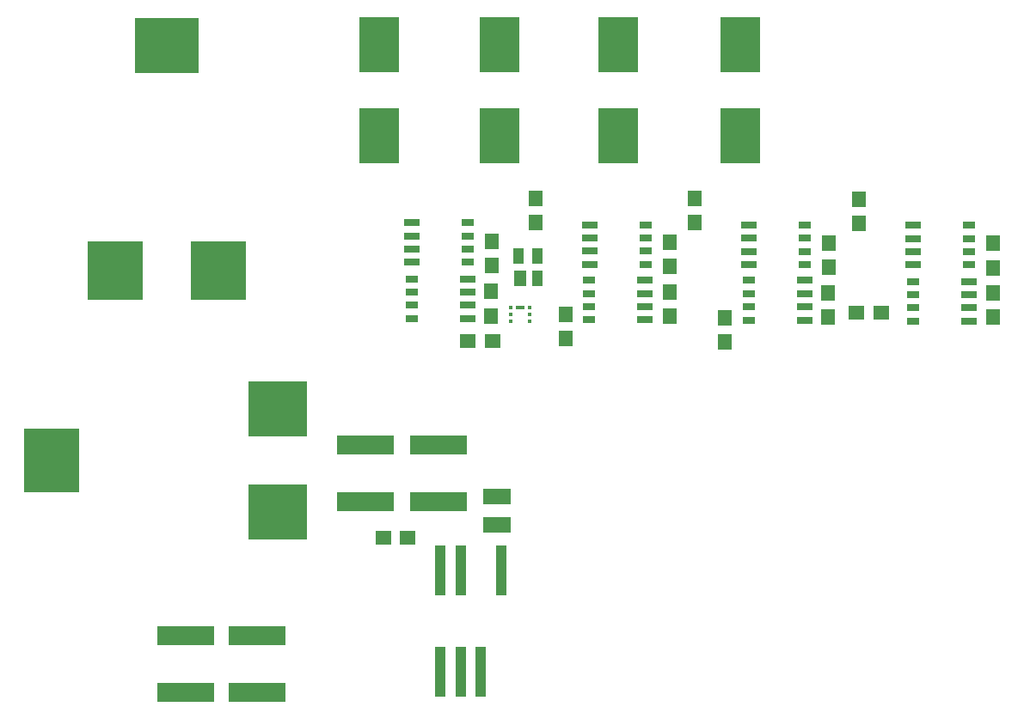
<source format=gtp>
G04 Layer_Color=8421504*
%FSLAX44Y44*%
%MOMM*%
G71*
G01*
G75*
%ADD11R,5.7000X1.9000*%
%ADD12R,1.0000X5.0000*%
%ADD13R,1.0000X1.5000*%
%ADD14R,1.2500X1.5000*%
%ADD15R,1.5000X0.8000*%
%ADD16R,1.2000X0.8000*%
%ADD17R,0.4000X0.3500*%
%ADD18R,0.9000X0.3500*%
%ADD19R,4.0000X5.5000*%
%ADD20R,2.7000X1.6000*%
%ADD21R,5.5000X5.8000*%
%ADD22R,6.3500X5.4000*%
%ADD23R,5.4000X6.3500*%
%ADD24R,5.8000X5.5000*%
%ADD25R,1.4000X1.5000*%
%ADD26R,1.5000X1.4000*%
D11*
X477012Y318858D02*
D03*
Y262858D02*
D03*
X404622Y318858D02*
D03*
Y262858D02*
D03*
X228092Y74898D02*
D03*
Y130898D02*
D03*
X297942D02*
D03*
Y74898D02*
D03*
D12*
X498508Y195316D02*
D03*
X478508Y95316D02*
D03*
X538508Y195316D02*
D03*
X478508D02*
D03*
X518508Y95316D02*
D03*
X498508D02*
D03*
D13*
X555294Y504472D02*
D03*
X574294D02*
D03*
Y482472D02*
D03*
D14*
X557294D02*
D03*
D15*
X450342Y537630D02*
D03*
Y524630D02*
D03*
Y511630D02*
D03*
Y498630D02*
D03*
X505460Y482374D02*
D03*
Y469374D02*
D03*
Y456374D02*
D03*
Y443374D02*
D03*
X998982Y440834D02*
D03*
Y453834D02*
D03*
Y466834D02*
D03*
Y479834D02*
D03*
X943796Y496148D02*
D03*
Y509148D02*
D03*
Y522148D02*
D03*
Y535148D02*
D03*
X836930Y441734D02*
D03*
Y454734D02*
D03*
Y467734D02*
D03*
Y480734D02*
D03*
X782066Y496298D02*
D03*
Y509298D02*
D03*
Y522298D02*
D03*
Y535298D02*
D03*
X679958Y441988D02*
D03*
Y454988D02*
D03*
Y467988D02*
D03*
Y480988D02*
D03*
X625286Y496628D02*
D03*
Y509628D02*
D03*
Y522628D02*
D03*
Y535628D02*
D03*
D16*
X505342Y537630D02*
D03*
Y524630D02*
D03*
Y511630D02*
D03*
Y498630D02*
D03*
X450460Y482374D02*
D03*
Y469374D02*
D03*
Y456374D02*
D03*
Y443374D02*
D03*
X943982Y440834D02*
D03*
Y453834D02*
D03*
Y466834D02*
D03*
Y479834D02*
D03*
X998796Y496148D02*
D03*
Y509148D02*
D03*
Y522148D02*
D03*
Y535148D02*
D03*
X781930Y441734D02*
D03*
Y454734D02*
D03*
Y467734D02*
D03*
Y480734D02*
D03*
X837066Y496298D02*
D03*
Y509298D02*
D03*
Y522298D02*
D03*
Y535298D02*
D03*
X624958Y441988D02*
D03*
Y454988D02*
D03*
Y467988D02*
D03*
Y480988D02*
D03*
X680286Y496628D02*
D03*
Y509628D02*
D03*
Y522628D02*
D03*
Y535628D02*
D03*
D17*
X566768Y440672D02*
D03*
Y447172D02*
D03*
Y453672D02*
D03*
X547768Y440672D02*
D03*
Y447172D02*
D03*
Y453672D02*
D03*
D18*
X556768D02*
D03*
D19*
X773684Y623344D02*
D03*
Y713344D02*
D03*
X653542Y713048D02*
D03*
Y623048D02*
D03*
X536702D02*
D03*
Y713048D02*
D03*
X418592D02*
D03*
Y623048D02*
D03*
D20*
X533908Y267774D02*
D03*
Y239774D02*
D03*
D21*
X158242Y490248D02*
D03*
X259842D02*
D03*
D22*
X209042Y712648D02*
D03*
D23*
X95862Y303558D02*
D03*
D24*
X318262Y354358D02*
D03*
Y252758D02*
D03*
D25*
X1022350Y444438D02*
D03*
Y468438D02*
D03*
X860298Y444782D02*
D03*
Y468782D02*
D03*
X704088Y445482D02*
D03*
Y469482D02*
D03*
X528320Y445990D02*
D03*
Y469990D02*
D03*
X529336Y519266D02*
D03*
Y495266D02*
D03*
X1022604Y493234D02*
D03*
Y517234D02*
D03*
X861314Y517550D02*
D03*
Y493550D02*
D03*
X704088Y494758D02*
D03*
Y518758D02*
D03*
X891032Y536668D02*
D03*
Y560668D02*
D03*
X758444Y444082D02*
D03*
Y420082D02*
D03*
X728726Y537684D02*
D03*
Y561684D02*
D03*
X601980Y447610D02*
D03*
Y423610D02*
D03*
X572262Y538000D02*
D03*
Y562000D02*
D03*
D26*
X912492Y449100D02*
D03*
X888492D02*
D03*
X422340Y227358D02*
D03*
X446340D02*
D03*
X505652Y421414D02*
D03*
X529652D02*
D03*
M02*

</source>
